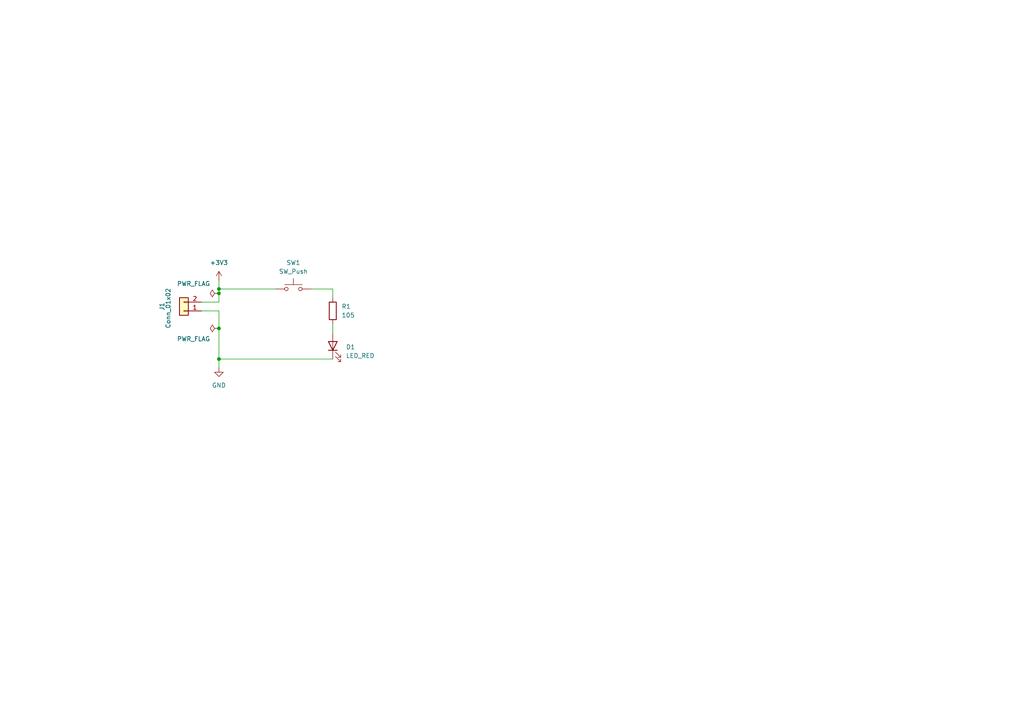
<source format=kicad_sch>
(kicad_sch (version 20231120) (generator "eeschema") (generator_version "8.0")
  (paper "A4")
  (title_block (title "LED Project") (date "2024-09-22") (rev "1.0") (company "ISC") (comment 1 "By Robert Childs"))
  (lib_symbols
    (symbol "Connector_Generic:Conn_01x02" (pin_names (offset 1.016) hide)
      (property "Reference" "J" (at 0 2.54 0))
      (property "Value" "Conn_01x02" (at 0 -5.08 0))
      (symbol "Conn_01x02_1_1"
        (rectangle (start -1.27 -2.413) (end 0 -2.667) (stroke (width 0.1524)))
        (rectangle (start -1.27 0.127) (end 0 -0.127) (stroke (width 0.1524)))
        (rectangle (start -1.27 1.27) (end 1.27 -3.81) (stroke (width 0.254)) (fill (type background)))
        (pin passive line (at -5.08 0 0) (length 3.81) (name "Pin_1") (number "1"))
        (pin passive line (at -5.08 -2.54 0) (length 3.81) (name "Pin_2") (number "2"))
      )
    )
    (symbol "Device:R" (pin_numbers hide) (pin_names (offset 0))
      (property "Reference" "R" (at 2.032 0 90))
      (property "Value" "R" (at 0 0 90))
      (symbol "R_0_1"
        (rectangle (start -1.016 -2.54) (end 1.016 2.54) (stroke (width 0.254)))
      )
      (symbol "R_1_1"
        (pin passive line (at 0 3.81 270) (length 1.27) (name "~") (number "1"))
        (pin passive line (at 0 -3.81 90) (length 1.27) (name "~") (number "2"))
      )
    )
    (symbol "Switch:SW_Push" (pin_numbers hide) (pin_names (offset 1.016) hide)
      (property "Reference" "SW" (at 1.27 2.54 0))
      (property "Value" "SW_Push" (at 0 -1.524 0))
      (symbol "SW_Push_0_1"
        (circle (center -2.032 0) (radius 0.508))
        (polyline (pts (xy 0 1.27) (xy 0 3.048)))
        (polyline (pts (xy 2.54 1.27) (xy -2.54 1.27)))
        (circle (center 2.032 0) (radius 0.508))
        (pin passive line (at -5.08 0 0) (length 2.54) (name "1") (number "1"))
        (pin passive line (at 5.08 0 180) (length 2.54) (name "2") (number "2"))
      )
    )
    (symbol "device:LED" (pin_numbers hide) (pin_names (offset 1.016) hide)
      (property "Reference" "D" (at 0 2.54 0))
      (property "Value" "LED" (at 0 -2.54 0))
      (symbol "LED_0_1"
        (polyline (pts (xy -1.27 -1.27) (xy -1.27 1.27)) (stroke (width 0.254)))
        (polyline (pts (xy -1.27 0) (xy 1.27 0)))
        (polyline (pts (xy 1.27 -1.27) (xy 1.27 1.27) (xy -1.27 0) (xy 1.27 -1.27)) (stroke (width 0.254)))
        (polyline (pts (xy -3.048 -0.762) (xy -4.572 -2.286) (xy -3.81 -2.286) (xy -4.572 -2.286) (xy -4.572 -1.524)))
        (polyline (pts (xy -1.778 -0.762) (xy -3.302 -2.286) (xy -2.54 -2.286) (xy -3.302 -2.286) (xy -3.302 -1.524)))
      )
      (symbol "LED_1_1"
        (pin passive line (at -3.81 0 0) (length 2.54) (name "K") (number "1"))
        (pin passive line (at 3.81 0 180) (length 2.54) (name "A") (number "2"))
      )
    )
    (symbol "power:+3V3" (power) (pin_names (offset 0))
      (property "Value" "+3V3" (at 0 3.556 0))
      (symbol "+3V3_0_1"
        (polyline (pts (xy -0.762 1.27) (xy 0 2.54)))
        (polyline (pts (xy 0 0) (xy 0 2.54)))
        (polyline (pts (xy 0 2.54) (xy 0.762 1.27)))
      )
      (symbol "+3V3_1_1"
        (pin power_in line (at 0 0 90) (length 0) hide (name "+3V3") (number "1"))
      )
    )
    (symbol "power:GND" (power) (pin_names (offset 0))
      (property "Value" "GND" (at 0 -3.81 0))
      (symbol "GND_0_1"
        (polyline (pts (xy 0 0) (xy 0 -1.27) (xy 1.27 -1.27) (xy 0 -2.54) (xy -1.27 -1.27) (xy 0 -1.27)))
      )
      (symbol "GND_1_1"
        (pin power_in line (at 0 0 270) (length 0) hide (name "GND") (number "1"))
      )
    )
    (symbol "power:PWR_FLAG" (power) (pin_numbers hide) (pin_names (offset 0) hide)
      (property "Value" "PWR_FLAG" (at 0 3.81 0))
      (symbol "PWR_FLAG_0_0"
        (pin power_out line (at 0 0 90) (length 0) (name "pwr") (number "1"))
      )
      (symbol "PWR_FLAG_0_1"
        (polyline (pts (xy 0 0) (xy 0 1.27) (xy -1.016 1.905) (xy 0 2.54) (xy 1.016 1.905) (xy 0 1.27)))
      )
    )
  )
  (junction (at 63.5 83.82))
  (junction (at 63.5 104.14))
  (junction (at 63.5 95.25))
  (junction (at 63.5 85.09))
  (wire (pts (xy 63.5 104.14) (xy 63.5 106.68)))
  (wire (pts (xy 96.52 104.14) (xy 63.5 104.14)))
  (wire (pts (xy 96.52 93.98) (xy 96.52 96.52)))
  (wire (pts (xy 63.5 90.17) (xy 58.42 90.17)))
  (wire (pts (xy 63.5 87.63) (xy 63.5 85.09)))
  (wire (pts (xy 90.17 83.82) (xy 96.52 83.82)))
  (wire (pts (xy 63.5 90.17) (xy 63.5 95.25)))
  (wire (pts (xy 63.5 85.09) (xy 63.5 83.82)))
  (wire (pts (xy 63.5 83.82) (xy 63.5 81.28)))
  (wire (pts (xy 63.5 83.82) (xy 80.01 83.82)))
  (wire (pts (xy 63.5 95.25) (xy 63.5 104.14)))
  (wire (pts (xy 96.52 83.82) (xy 96.52 86.36)))
  (wire (pts (xy 58.42 87.63) (xy 63.5 87.63)))
  (symbol (lib_id "Connector_Generic:Conn_01x02") (at 53.34 90.17 180) (unit 1)
    (property "Reference" "J1" (at 46.99 88.9 90))
    (property "Value" "Conn_01x02" (at 48.768 89.408 90))
    (property "Footprint" "Connector_Molex:Molex_KK-254_AE-6410-02A_1x02_P2.54mm_Vertical" (effects (hide yes)))
    (property "Datasheet" "https://www.molex.com/content/dam/molex/molex-dot-com/products/automated/en-us/salesdrawingpdf/641/6410/022272021_sd.pdf?inline" (effects (hide yes)))
    (property "Description" "Generic connector, single row, 01x02, script generated (kicad-library-utils/schlib/autogen/connector/)" (effects (hide yes)))
    (property "MPN" "022272021" (effects (hide yes)))
  )
  (symbol (lib_id "power:GND") (at 63.5 106.68 0) (unit 1)
    (property "Reference" "#PWR01" (effects (hide yes)))
    (property "Value" "GND" (at 63.5 111.76 0))
    (property "Description" "Power symbol creates a global label with name \"GND\" , ground" (effects (hide yes)))
  )
  (symbol (lib_id "power:+3V3") (at 63.5 81.28 0) (unit 1)
    (property "Reference" "#PWR02" (effects (hide yes)))
    (property "Value" "+3V3" (at 63.5 76.2 0))
    (property "Description" "Power symbol creates a global label with name \"+3V3\"" (effects (hide yes)))
  )
  (symbol (lib_id "Device:R") (at 96.52 90.17 0) (unit 1)
    (property "Reference" "R1" (at 99.06 88.8999 0) (effects (justify left)))
    (property "Value" "105" (at 99.06 91.4399 0) (effects (justify left)))
    (property "Footprint" "Resistor_SMD:R_0603_1608Metric_Pad0.98x0.95mm_HandSolder" (effects (hide yes)))
    (property "Description" "Resistor" (effects (hide yes)))
  )
  (symbol (lib_id "device:LED") (at 96.52 100.33 90) (unit 1)
    (property "Reference" "D1" (at 100.33 100.6474 90) (effects (justify right)))
    (property "Value" "LED_RED" (at 100.33 103.1874 90) (effects (justify right)))
    (property "Footprint" "layout:LED_0603_Symbol_on_F.SilkS" (effects (hide yes)))
    (property "Description" "Light emitting diode" (effects (hide yes)))
  )
  (symbol (lib_id "Switch:SW_Push") (at 85.09 83.82 0) (unit 1)
    (property "Reference" "SW1" (at 85.09 76.2 0))
    (property "Value" "SW_Push" (at 85.09 78.74 0))
    (property "Footprint" "Button_Switch_SMD:SW_DIP_SPSTx01_Slide_6.7x4.1mm_W8.61mm_P2.54mm_LowProfile" (effects (hide yes)))
    (property "Datasheet" "https://www.te.com/usa-en/product-1825910-6.datasheet.pdf" (effects (hide yes)))
    (property "Description" "Push button switch, generic, two pins" (effects (hide yes)))
    (property "MPN" "1825910-6" (effects (hide yes)))
  )
  (symbol (lib_id "power:PWR_FLAG") (at 63.5 85.09 90) (unit 1)
    (property "Reference" "#FLG02" (effects (hide yes)))
    (property "Value" "PWR_FLAG" (at 60.96 82.296 90) (effects (justify left)))
    (property "Description" "Special symbol for telling ERC where power comes from" (effects (hide yes)))
  )
  (symbol (lib_id "power:PWR_FLAG") (at 63.5 95.25 90) (unit 1)
    (property "Reference" "#FLG01" (effects (hide yes)))
    (property "Value" "PWR_FLAG" (at 60.96 98.298 90) (effects (justify left)))
    (property "Description" "Special symbol for telling ERC where power comes from" (effects (hide yes)))
  )
)
</source>
